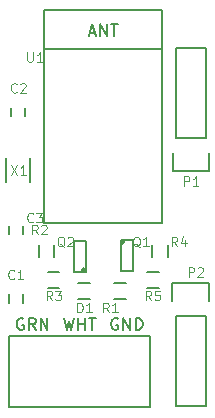
<source format=gto>
%FSLAX46Y46*%
G04 Gerber Fmt 4.6, Leading zero omitted, Abs format (unit mm)*
G04 Created by KiCad (PCBNEW (2014-10-22 BZR 5216)-product) date Thu 02 Jul 2015 03:27:14 PM EDT*
%MOMM*%
G01*
G04 APERTURE LIST*
%ADD10C,0.100000*%
%ADD11C,0.150000*%
%ADD12C,0.120000*%
G04 APERTURE END LIST*
D10*
D11*
X163400000Y-110350000D02*
X163400000Y-109650000D01*
X164600000Y-109650000D02*
X164600000Y-110350000D01*
X163600000Y-94550000D02*
X163600000Y-93850000D01*
X164800000Y-93850000D02*
X164800000Y-94550000D01*
X164600000Y-103850000D02*
X164600000Y-104550000D01*
X163400000Y-104550000D02*
X163400000Y-103850000D01*
X170300000Y-110075000D02*
X169300000Y-110075000D01*
X169300000Y-108725000D02*
X170300000Y-108725000D01*
X169400000Y-113200000D02*
X175400000Y-113200000D01*
X175400000Y-113200000D02*
X175400000Y-119200000D01*
X175400000Y-119200000D02*
X169400000Y-119200000D01*
X169400000Y-119200000D02*
X163400000Y-119200000D01*
X163400000Y-119200000D02*
X163400000Y-113200000D01*
X163400000Y-113200000D02*
X169400000Y-113200000D01*
X180110000Y-96420000D02*
X180110000Y-88800000D01*
X177570000Y-96420000D02*
X177570000Y-88800000D01*
X177290000Y-99240000D02*
X177290000Y-97690000D01*
X180110000Y-88800000D02*
X177570000Y-88800000D01*
X177570000Y-96420000D02*
X180110000Y-96420000D01*
X180390000Y-97690000D02*
X180390000Y-99240000D01*
X180390000Y-99240000D02*
X177290000Y-99240000D01*
X173208550Y-105223980D02*
G75*
G03X173208550Y-105223980I-159070J0D01*
G01*
X173908000Y-107670000D02*
X172892000Y-107670000D01*
X173908000Y-105066500D02*
X172892000Y-105066500D01*
X172892000Y-107670000D02*
X172892000Y-105066500D01*
X173908000Y-105066500D02*
X173908000Y-107670000D01*
X169909590Y-107576020D02*
G75*
G03X169909590Y-107576020I-159070J0D01*
G01*
X168892000Y-105130000D02*
X169908000Y-105130000D01*
X168892000Y-107733500D02*
X169908000Y-107733500D01*
X169908000Y-105130000D02*
X169908000Y-107733500D01*
X168892000Y-107733500D02*
X168892000Y-105130000D01*
X173300000Y-110075000D02*
X172300000Y-110075000D01*
X172300000Y-108725000D02*
X173300000Y-108725000D01*
X167275000Y-105500000D02*
X167275000Y-106500000D01*
X165925000Y-106500000D02*
X165925000Y-105500000D01*
X167700000Y-109075000D02*
X166700000Y-109075000D01*
X166700000Y-107725000D02*
X167700000Y-107725000D01*
X176875000Y-105500000D02*
X176875000Y-106500000D01*
X175525000Y-106500000D02*
X175525000Y-105500000D01*
X175100000Y-107725000D02*
X176100000Y-107725000D01*
X176100000Y-109075000D02*
X175100000Y-109075000D01*
X166400000Y-88850000D02*
X176400000Y-88850000D01*
X176400000Y-85600000D02*
X166400000Y-85600000D01*
X166400000Y-85600000D02*
X166400000Y-103600000D01*
X166400000Y-103600000D02*
X176400000Y-103600000D01*
X176400000Y-103600000D02*
X176400000Y-85600000D01*
X177550000Y-111470000D02*
X177550000Y-119090000D01*
X180090000Y-111470000D02*
X180090000Y-119090000D01*
X180370000Y-108650000D02*
X180370000Y-110200000D01*
X177550000Y-119090000D02*
X180090000Y-119090000D01*
X180090000Y-111470000D02*
X177550000Y-111470000D01*
X177270000Y-110200000D02*
X177270000Y-108650000D01*
X177270000Y-108650000D02*
X180370000Y-108650000D01*
X165225000Y-100100000D02*
X165225000Y-98100000D01*
X163175000Y-98100000D02*
X163175000Y-100100000D01*
D12*
X163866667Y-108285714D02*
X163828572Y-108323810D01*
X163714286Y-108361905D01*
X163638096Y-108361905D01*
X163523810Y-108323810D01*
X163447619Y-108247619D01*
X163409524Y-108171429D01*
X163371429Y-108019048D01*
X163371429Y-107904762D01*
X163409524Y-107752381D01*
X163447619Y-107676190D01*
X163523810Y-107600000D01*
X163638096Y-107561905D01*
X163714286Y-107561905D01*
X163828572Y-107600000D01*
X163866667Y-107638095D01*
X164628572Y-108361905D02*
X164171429Y-108361905D01*
X164400000Y-108361905D02*
X164400000Y-107561905D01*
X164323810Y-107676190D01*
X164247619Y-107752381D01*
X164171429Y-107790476D01*
X164066667Y-92485714D02*
X164028572Y-92523810D01*
X163914286Y-92561905D01*
X163838096Y-92561905D01*
X163723810Y-92523810D01*
X163647619Y-92447619D01*
X163609524Y-92371429D01*
X163571429Y-92219048D01*
X163571429Y-92104762D01*
X163609524Y-91952381D01*
X163647619Y-91876190D01*
X163723810Y-91800000D01*
X163838096Y-91761905D01*
X163914286Y-91761905D01*
X164028572Y-91800000D01*
X164066667Y-91838095D01*
X164371429Y-91838095D02*
X164409524Y-91800000D01*
X164485715Y-91761905D01*
X164676191Y-91761905D01*
X164752381Y-91800000D01*
X164790477Y-91838095D01*
X164828572Y-91914286D01*
X164828572Y-91990476D01*
X164790477Y-92104762D01*
X164333334Y-92561905D01*
X164828572Y-92561905D01*
X165466667Y-103485714D02*
X165428572Y-103523810D01*
X165314286Y-103561905D01*
X165238096Y-103561905D01*
X165123810Y-103523810D01*
X165047619Y-103447619D01*
X165009524Y-103371429D01*
X164971429Y-103219048D01*
X164971429Y-103104762D01*
X165009524Y-102952381D01*
X165047619Y-102876190D01*
X165123810Y-102800000D01*
X165238096Y-102761905D01*
X165314286Y-102761905D01*
X165428572Y-102800000D01*
X165466667Y-102838095D01*
X165733334Y-102761905D02*
X166228572Y-102761905D01*
X165961905Y-103066667D01*
X166076191Y-103066667D01*
X166152381Y-103104762D01*
X166190477Y-103142857D01*
X166228572Y-103219048D01*
X166228572Y-103409524D01*
X166190477Y-103485714D01*
X166152381Y-103523810D01*
X166076191Y-103561905D01*
X165847619Y-103561905D01*
X165771429Y-103523810D01*
X165733334Y-103485714D01*
X169209524Y-111161905D02*
X169209524Y-110361905D01*
X169400000Y-110361905D01*
X169514286Y-110400000D01*
X169590477Y-110476190D01*
X169628572Y-110552381D01*
X169666667Y-110704762D01*
X169666667Y-110819048D01*
X169628572Y-110971429D01*
X169590477Y-111047619D01*
X169514286Y-111123810D01*
X169400000Y-111161905D01*
X169209524Y-111161905D01*
X170428572Y-111161905D02*
X169971429Y-111161905D01*
X170200000Y-111161905D02*
X170200000Y-110361905D01*
X170123810Y-110476190D01*
X170047619Y-110552381D01*
X169971429Y-110590476D01*
D11*
X172638096Y-111700000D02*
X172542858Y-111652381D01*
X172400001Y-111652381D01*
X172257143Y-111700000D01*
X172161905Y-111795238D01*
X172114286Y-111890476D01*
X172066667Y-112080952D01*
X172066667Y-112223810D01*
X172114286Y-112414286D01*
X172161905Y-112509524D01*
X172257143Y-112604762D01*
X172400001Y-112652381D01*
X172495239Y-112652381D01*
X172638096Y-112604762D01*
X172685715Y-112557143D01*
X172685715Y-112223810D01*
X172495239Y-112223810D01*
X173114286Y-112652381D02*
X173114286Y-111652381D01*
X173685715Y-112652381D01*
X173685715Y-111652381D01*
X174161905Y-112652381D02*
X174161905Y-111652381D01*
X174400000Y-111652381D01*
X174542858Y-111700000D01*
X174638096Y-111795238D01*
X174685715Y-111890476D01*
X174733334Y-112080952D01*
X174733334Y-112223810D01*
X174685715Y-112414286D01*
X174638096Y-112509524D01*
X174542858Y-112604762D01*
X174400000Y-112652381D01*
X174161905Y-112652381D01*
X168066667Y-111652381D02*
X168304762Y-112652381D01*
X168495239Y-111938095D01*
X168685715Y-112652381D01*
X168923810Y-111652381D01*
X169304762Y-112652381D02*
X169304762Y-111652381D01*
X169304762Y-112128571D02*
X169876191Y-112128571D01*
X169876191Y-112652381D02*
X169876191Y-111652381D01*
X170209524Y-111652381D02*
X170780953Y-111652381D01*
X170495238Y-112652381D02*
X170495238Y-111652381D01*
X164638096Y-111700000D02*
X164542858Y-111652381D01*
X164400001Y-111652381D01*
X164257143Y-111700000D01*
X164161905Y-111795238D01*
X164114286Y-111890476D01*
X164066667Y-112080952D01*
X164066667Y-112223810D01*
X164114286Y-112414286D01*
X164161905Y-112509524D01*
X164257143Y-112604762D01*
X164400001Y-112652381D01*
X164495239Y-112652381D01*
X164638096Y-112604762D01*
X164685715Y-112557143D01*
X164685715Y-112223810D01*
X164495239Y-112223810D01*
X165685715Y-112652381D02*
X165352381Y-112176190D01*
X165114286Y-112652381D02*
X165114286Y-111652381D01*
X165495239Y-111652381D01*
X165590477Y-111700000D01*
X165638096Y-111747619D01*
X165685715Y-111842857D01*
X165685715Y-111985714D01*
X165638096Y-112080952D01*
X165590477Y-112128571D01*
X165495239Y-112176190D01*
X165114286Y-112176190D01*
X166114286Y-112652381D02*
X166114286Y-111652381D01*
X166685715Y-112652381D01*
X166685715Y-111652381D01*
D12*
X178249524Y-100451905D02*
X178249524Y-99651905D01*
X178554286Y-99651905D01*
X178630477Y-99690000D01*
X178668572Y-99728095D01*
X178706667Y-99804286D01*
X178706667Y-99918571D01*
X178668572Y-99994762D01*
X178630477Y-100032857D01*
X178554286Y-100070952D01*
X178249524Y-100070952D01*
X179468572Y-100451905D02*
X179011429Y-100451905D01*
X179240000Y-100451905D02*
X179240000Y-99651905D01*
X179163810Y-99766190D01*
X179087619Y-99842381D01*
X179011429Y-99880476D01*
X174523810Y-105638095D02*
X174447619Y-105600000D01*
X174371429Y-105523810D01*
X174257143Y-105409524D01*
X174180952Y-105371429D01*
X174104762Y-105371429D01*
X174142857Y-105561905D02*
X174066667Y-105523810D01*
X173990476Y-105447619D01*
X173952381Y-105295238D01*
X173952381Y-105028571D01*
X173990476Y-104876190D01*
X174066667Y-104800000D01*
X174142857Y-104761905D01*
X174295238Y-104761905D01*
X174371429Y-104800000D01*
X174447619Y-104876190D01*
X174485714Y-105028571D01*
X174485714Y-105295238D01*
X174447619Y-105447619D01*
X174371429Y-105523810D01*
X174295238Y-105561905D01*
X174142857Y-105561905D01*
X175247619Y-105561905D02*
X174790476Y-105561905D01*
X175019047Y-105561905D02*
X175019047Y-104761905D01*
X174942857Y-104876190D01*
X174866666Y-104952381D01*
X174790476Y-104990476D01*
X168123810Y-105638095D02*
X168047619Y-105600000D01*
X167971429Y-105523810D01*
X167857143Y-105409524D01*
X167780952Y-105371429D01*
X167704762Y-105371429D01*
X167742857Y-105561905D02*
X167666667Y-105523810D01*
X167590476Y-105447619D01*
X167552381Y-105295238D01*
X167552381Y-105028571D01*
X167590476Y-104876190D01*
X167666667Y-104800000D01*
X167742857Y-104761905D01*
X167895238Y-104761905D01*
X167971429Y-104800000D01*
X168047619Y-104876190D01*
X168085714Y-105028571D01*
X168085714Y-105295238D01*
X168047619Y-105447619D01*
X167971429Y-105523810D01*
X167895238Y-105561905D01*
X167742857Y-105561905D01*
X168390476Y-104838095D02*
X168428571Y-104800000D01*
X168504762Y-104761905D01*
X168695238Y-104761905D01*
X168771428Y-104800000D01*
X168809524Y-104838095D01*
X168847619Y-104914286D01*
X168847619Y-104990476D01*
X168809524Y-105104762D01*
X168352381Y-105561905D01*
X168847619Y-105561905D01*
X171866667Y-111161905D02*
X171600000Y-110780952D01*
X171409524Y-111161905D02*
X171409524Y-110361905D01*
X171714286Y-110361905D01*
X171790477Y-110400000D01*
X171828572Y-110438095D01*
X171866667Y-110514286D01*
X171866667Y-110628571D01*
X171828572Y-110704762D01*
X171790477Y-110742857D01*
X171714286Y-110780952D01*
X171409524Y-110780952D01*
X172628572Y-111161905D02*
X172171429Y-111161905D01*
X172400000Y-111161905D02*
X172400000Y-110361905D01*
X172323810Y-110476190D01*
X172247619Y-110552381D01*
X172171429Y-110590476D01*
X165866667Y-104561905D02*
X165600000Y-104180952D01*
X165409524Y-104561905D02*
X165409524Y-103761905D01*
X165714286Y-103761905D01*
X165790477Y-103800000D01*
X165828572Y-103838095D01*
X165866667Y-103914286D01*
X165866667Y-104028571D01*
X165828572Y-104104762D01*
X165790477Y-104142857D01*
X165714286Y-104180952D01*
X165409524Y-104180952D01*
X166171429Y-103838095D02*
X166209524Y-103800000D01*
X166285715Y-103761905D01*
X166476191Y-103761905D01*
X166552381Y-103800000D01*
X166590477Y-103838095D01*
X166628572Y-103914286D01*
X166628572Y-103990476D01*
X166590477Y-104104762D01*
X166133334Y-104561905D01*
X166628572Y-104561905D01*
X167066667Y-110161905D02*
X166800000Y-109780952D01*
X166609524Y-110161905D02*
X166609524Y-109361905D01*
X166914286Y-109361905D01*
X166990477Y-109400000D01*
X167028572Y-109438095D01*
X167066667Y-109514286D01*
X167066667Y-109628571D01*
X167028572Y-109704762D01*
X166990477Y-109742857D01*
X166914286Y-109780952D01*
X166609524Y-109780952D01*
X167333334Y-109361905D02*
X167828572Y-109361905D01*
X167561905Y-109666667D01*
X167676191Y-109666667D01*
X167752381Y-109704762D01*
X167790477Y-109742857D01*
X167828572Y-109819048D01*
X167828572Y-110009524D01*
X167790477Y-110085714D01*
X167752381Y-110123810D01*
X167676191Y-110161905D01*
X167447619Y-110161905D01*
X167371429Y-110123810D01*
X167333334Y-110085714D01*
X177666667Y-105561905D02*
X177400000Y-105180952D01*
X177209524Y-105561905D02*
X177209524Y-104761905D01*
X177514286Y-104761905D01*
X177590477Y-104800000D01*
X177628572Y-104838095D01*
X177666667Y-104914286D01*
X177666667Y-105028571D01*
X177628572Y-105104762D01*
X177590477Y-105142857D01*
X177514286Y-105180952D01*
X177209524Y-105180952D01*
X178352381Y-105028571D02*
X178352381Y-105561905D01*
X178161905Y-104723810D02*
X177971429Y-105295238D01*
X178466667Y-105295238D01*
X175466667Y-110161905D02*
X175200000Y-109780952D01*
X175009524Y-110161905D02*
X175009524Y-109361905D01*
X175314286Y-109361905D01*
X175390477Y-109400000D01*
X175428572Y-109438095D01*
X175466667Y-109514286D01*
X175466667Y-109628571D01*
X175428572Y-109704762D01*
X175390477Y-109742857D01*
X175314286Y-109780952D01*
X175009524Y-109780952D01*
X176190477Y-109361905D02*
X175809524Y-109361905D01*
X175771429Y-109742857D01*
X175809524Y-109704762D01*
X175885715Y-109666667D01*
X176076191Y-109666667D01*
X176152381Y-109704762D01*
X176190477Y-109742857D01*
X176228572Y-109819048D01*
X176228572Y-110009524D01*
X176190477Y-110085714D01*
X176152381Y-110123810D01*
X176076191Y-110161905D01*
X175885715Y-110161905D01*
X175809524Y-110123810D01*
X175771429Y-110085714D01*
X164990476Y-89161905D02*
X164990476Y-89809524D01*
X165028571Y-89885714D01*
X165066667Y-89923810D01*
X165142857Y-89961905D01*
X165295238Y-89961905D01*
X165371429Y-89923810D01*
X165409524Y-89885714D01*
X165447619Y-89809524D01*
X165447619Y-89161905D01*
X166247619Y-89961905D02*
X165790476Y-89961905D01*
X166019047Y-89961905D02*
X166019047Y-89161905D01*
X165942857Y-89276190D01*
X165866666Y-89352381D01*
X165790476Y-89390476D01*
D11*
X170257143Y-87516667D02*
X170733334Y-87516667D01*
X170161905Y-87802381D02*
X170495238Y-86802381D01*
X170828572Y-87802381D01*
X171161905Y-87802381D02*
X171161905Y-86802381D01*
X171733334Y-87802381D01*
X171733334Y-86802381D01*
X172066667Y-86802381D02*
X172638096Y-86802381D01*
X172352381Y-87802381D02*
X172352381Y-86802381D01*
D12*
X178629524Y-108161905D02*
X178629524Y-107361905D01*
X178934286Y-107361905D01*
X179010477Y-107400000D01*
X179048572Y-107438095D01*
X179086667Y-107514286D01*
X179086667Y-107628571D01*
X179048572Y-107704762D01*
X179010477Y-107742857D01*
X178934286Y-107780952D01*
X178629524Y-107780952D01*
X179391429Y-107438095D02*
X179429524Y-107400000D01*
X179505715Y-107361905D01*
X179696191Y-107361905D01*
X179772381Y-107400000D01*
X179810477Y-107438095D01*
X179848572Y-107514286D01*
X179848572Y-107590476D01*
X179810477Y-107704762D01*
X179353334Y-108161905D01*
X179848572Y-108161905D01*
X163602381Y-98711905D02*
X164135714Y-99511905D01*
X164135714Y-98711905D02*
X163602381Y-99511905D01*
X164859524Y-99511905D02*
X164402381Y-99511905D01*
X164630952Y-99511905D02*
X164630952Y-98711905D01*
X164554762Y-98826190D01*
X164478571Y-98902381D01*
X164402381Y-98940476D01*
M02*

</source>
